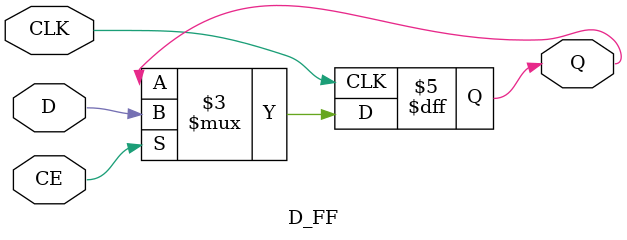
<source format=v>
`timescale 1ns / 1ps

module D_FF(CLK,CE,D,Q);
    input CLK;
    input CE;
    input D;
    output reg Q = 0;
    always @(posedge CLK)
    if (CE) Q <= D;
endmodule

</source>
